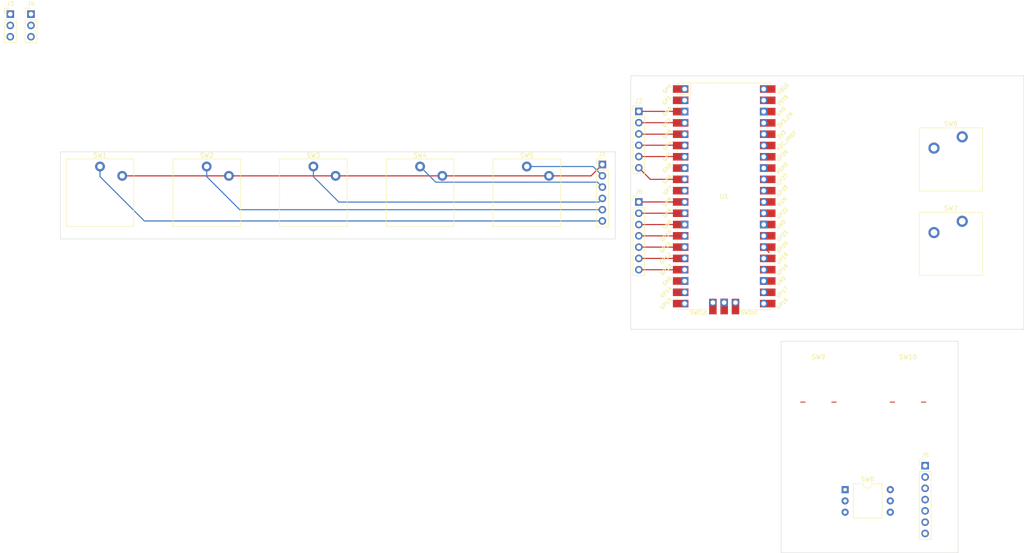
<source format=kicad_pcb>
(kicad_pcb (version 20211014) (generator pcbnew)
  (layers (0 "F.Cu" signal) (31 "B.Cu" signal) (34 "B.Paste" user) (35 "F.Paste" user) (36 "B.SilkS" user "B.Silkscreen") (37 "F.SilkS" user "F.Silkscreen") (38 "B.Mask" user) (39 "F.Mask" user) (44 "Edge.Cuts" user))
  (net 0 "")
  (net 1 "GND")
  (net 2 "/Strum_up")
  (net 3 "/Strum_down")
  (net 5 "/Start")
  (net 6 "/Select")
  (net 7 "/Up")
  (net 8 "/Down")
  (net 9 "/Left")
  (net 10 "/Right")
  (net 33 "/Green")
  (net 34 "/Red")
  (net 35 "/Yellow")
  (net 36 "/Blue")
  (net 37 "/Orange")
  (footprint "Connector_PinHeader_2.54mm:PinHeader_1x03_P2.54mm_Vertical" (layer "F.Cu") (at 1.825 1.825)
    (fp_text reference "J3" (at 0 -2.33) (layer "F.SilkS"))
    (fp_text value "Strum")
    (fp_line (start -1.33 6.41) (end 1.33 6.41) (layer "F.SilkS") (width 0.12))
    (fp_line (start -1.33 1.27) (end -1.33 6.41) (layer "F.SilkS") (width 0.12))
    (fp_line (start -1.33 1.27) (end 1.33 1.27) (layer "F.SilkS") (width 0.12))
    (fp_line (start -1.33 -1.33) (end 0 -1.33) (layer "F.SilkS") (width 0.12))
    (fp_line (start 1.33 1.27) (end 1.33 6.41) (layer "F.SilkS") (width 0.12))
    (fp_line (start -1.33 0) (end -1.33 -1.33) (layer "F.SilkS") (width 0.12))
    (pad "1" thru_hole rect (at 0 0) (size 1.7 1.7) (drill 1) (layers *.Cu *.Mask) (net 1 "GND"))
    (pad "2" thru_hole oval (at 0 2.54) (size 1.7 1.7) (drill 1) (layers *.Cu *.Mask) (net 2 "/Strum_up"))
    (pad "3" thru_hole oval (at 0 5.08) (size 1.7 1.7) (drill 1) (layers *.Cu *.Mask) (net 3 "/Strum_down"))
  )
  (footprint "Package_DIP:DIP-6_W10.16mm" (layer "F.Cu") (at 189.6 108.775)
    (fp_text reference "SW8" (at 5.08 -2.33) (layer "F.SilkS"))
    (fp_text value "hat_5way")
    (fp_line (start 4.08 -1.33) (end 1.845 -1.33) (layer "F.SilkS") (width 0.12))
    (fp_line (start 1.845 6.41) (end 8.315 6.41) (layer "F.SilkS") (width 0.12))
    (fp_line (start 1.845 -1.33) (end 1.845 6.41) (layer "F.SilkS") (width 0.12))
    (fp_line (start 8.315 6.41) (end 8.315 -1.33) (layer "F.SilkS") (width 0.12))
    (fp_line (start 8.315 -1.33) (end 6.08 -1.33) (layer "F.SilkS") (width 0.12))
    (fp_arc (start 6.08 -1.33) (mid 5.08 -0.33) (end 4.08 -1.33) (layer "F.SilkS") (width 0.12))
    (pad "1" thru_hole rect (at 0 0) (size 1.6 1.6) (drill 0.8) (layers *.Cu *.Mask) (net 1 "GND"))
    (pad "2" thru_hole oval (at 0 2.54) (size 1.6 1.6) (drill 0.8) (layers *.Cu *.Mask) (net 7 "/Up"))
    (pad "3" thru_hole oval (at 0 5.08) (size 1.6 1.6) (drill 0.8) (layers *.Cu *.Mask) (net 8 "/Down"))
    (pad "4" thru_hole oval (at 10.16 5.08) (size 1.6 1.6) (drill 0.8) (layers *.Cu *.Mask) (net 9 "/Left"))
    (pad "5" thru_hole oval (at 10.16 2.54) (size 1.6 1.6) (drill 0.8) (layers *.Cu *.Mask) (net 10 "/Right"))
    (pad "6" thru_hole oval (at 10.16 0) (size 1.6 1.6) (drill 0.8) (layers *.Cu *.Mask))
  )
  (footprint "Connector_PinHeader_2.54mm:PinHeader_1x07_P2.54mm_Vertical" (layer "F.Cu") (at 143.2 44.075)
    (fp_text reference "J6" (at 0 -2.33) (layer "F.SilkS"))
    (fp_text value "Dpad_start_select")
    (fp_line (start -1.33 -1.33) (end 0 -1.33) (layer "F.SilkS") (width 0.12))
    (fp_line (start 1.33 1.27) (end 1.33 16.57) (layer "F.SilkS") (width 0.12))
    (fp_line (start -1.33 1.27) (end -1.33 16.57) (layer "F.SilkS") (width 0.12))
    (fp_line (start -1.33 16.57) (end 1.33 16.57) (layer "F.SilkS") (width 0.12))
    (fp_line (start -1.33 1.27) (end 1.33 1.27) (layer "F.SilkS") (width 0.12))
    (fp_line (start -1.33 0) (end -1.33 -1.33) (layer "F.SilkS") (width 0.12))
    (pad "1" thru_hole rect (at 0 0) (size 1.7 1.7) (drill 1) (layers *.Cu *.Mask) (net 5 "/Start"))
    (pad "2" thru_hole oval (at 0 2.54) (size 1.7 1.7) (drill 1) (layers *.Cu *.Mask) (net 6 "/Select"))
    (pad "3" thru_hole oval (at 0 5.08) (size 1.7 1.7) (drill 1) (layers *.Cu *.Mask) (net 1 "GND"))
    (pad "4" thru_hole oval (at 0 7.62) (size 1.7 1.7) (drill 1) (layers *.Cu *.Mask) (net 7 "/Up"))
    (pad "5" thru_hole oval (at 0 10.16) (size 1.7 1.7) (drill 1) (layers *.Cu *.Mask) (net 8 "/Down"))
    (pad "6" thru_hole oval (at 0 12.7) (size 1.7 1.7) (drill 1) (layers *.Cu *.Mask) (net 9 "/Left"))
    (pad "7" thru_hole oval (at 0 15.24) (size 1.7 1.7) (drill 1) (layers *.Cu *.Mask) (net 10 "/Right"))
  )
  (footprint "Switch_Keyboard_Kailh:SW_Kailh_Choc_V1" (layer "F.Cu") (at 46 42)
    (fp_text reference "SW2" (at 0 -8.4) (layer "F.SilkS"))
    (fp_text value "Red")
    (fp_line (start 7.6 7.6) (end 7.6 -7.6) (layer "F.SilkS") (width 0.12))
    (fp_line (start 7.6 -7.6) (end -7.6 -7.6) (layer "F.SilkS") (width 0.12))
    (fp_line (start -7.6 7.6) (end 7.6 7.6) (layer "F.SilkS") (width 0.12))
    (fp_line (start -7.6 -7.6) (end -7.6 7.6) (layer "F.SilkS") (width 0.12))
    (pad "" np_thru_hole circle locked (at 5.5 0) (size 1.9 1.9) (drill 1.9) (layers *.Cu *.Mask))
    (pad "" np_thru_hole circle locked (at -5.5 0) (size 1.9 1.9) (drill 1.9) (layers *.Cu *.Mask))
    (pad "" np_thru_hole circle locked (at 0 0) (size 3.45 3.45) (drill 3.45) (layers *.Cu *.Mask))
    (pad "1" thru_hole circle locked (at 0 -5.9) (size 2.2 2.2) (drill 1.2) (layers *.Cu "B.Mask") (net 34 "/Red"))
    (pad "2" thru_hole circle locked (at 5 -3.8) (size 2.2 2.2) (drill 1.2) (layers *.Cu "B.Mask") (net 1 "GND"))
  )
  (footprint "Switch_Keyboard_Kailh:SW_Kailh_Choc_V1" (layer "F.Cu") (at 70 42)
    (fp_text reference "SW3" (at 0 -8.4) (layer "F.SilkS"))
    (fp_text value "Yellow")
    (fp_line (start -7.6 7.6) (end 7.6 7.6) (layer "F.SilkS") (width 0.12))
    (fp_line (start -7.6 -7.6) (end -7.6 7.6) (layer "F.SilkS") (width 0.12))
    (fp_line (start 7.6 -7.6) (end -7.6 -7.6) (layer "F.SilkS") (width 0.12))
    (fp_line (start 7.6 7.6) (end 7.6 -7.6) (layer "F.SilkS") (width 0.12))
    (pad "" np_thru_hole circle locked (at -5.5 0) (size 1.9 1.9) (drill 1.9) (layers *.Cu *.Mask))
    (pad "" np_thru_hole circle locked (at 0 0) (size 3.45 3.45) (drill 3.45) (layers *.Cu *.Mask))
    (pad "" np_thru_hole circle locked (at 5.5 0) (size 1.9 1.9) (drill 1.9) (layers *.Cu *.Mask))
    (pad "1" thru_hole circle locked (at 0 -5.9) (size 2.2 2.2) (drill 1.2) (layers *.Cu "B.Mask") (net 35 "/Yellow"))
    (pad "2" thru_hole circle locked (at 5 -3.8) (size 2.2 2.2) (drill 1.2) (layers *.Cu "B.Mask") (net 1 "GND"))
  )
  (footprint "Connector_PinHeader_2.54mm:PinHeader_1x06_P2.54mm_Vertical" (layer "F.Cu") (at 135 35.65)
    (fp_text reference "J1" (at 0 -2.33) (layer "F.SilkS"))
    (fp_text value "Frets")
    (fp_line (start 1.33 1.27) (end 1.33 14.03) (layer "F.SilkS") (width 0.12))
    (fp_line (start -1.33 1.27) (end -1.33 14.03) (layer "F.SilkS") (width 0.12))
    (fp_line (start -1.33 -1.33) (end 0 -1.33) (layer "F.SilkS") (width 0.12))
    (fp_line (start -1.33 1.27) (end 1.33 1.27) (layer "F.SilkS") (width 0.12))
    (fp_line (start -1.33 14.03) (end 1.33 14.03) (layer "F.SilkS") (width 0.12))
    (fp_line (start -1.33 0) (end -1.33 -1.33) (layer "F.SilkS") (width 0.12))
    (pad "1" thru_hole rect (at 0 0) (size 1.7 1.7) (drill 1) (layers *.Cu *.Mask) (net 1 "GND"))
    (pad "2" thru_hole oval (at 0 2.54) (size 1.7 1.7) (drill 1) (layers *.Cu *.Mask) (net 37 "/Orange"))
    (pad "3" thru_hole oval (at 0 5.08) (size 1.7 1.7) (drill 1) (layers *.Cu *.Mask) (net 36 "/Blue"))
    (pad "4" thru_hole oval (at 0 7.62) (size 1.7 1.7) (drill 1) (layers *.Cu *.Mask) (net 35 "/Yellow"))
    (pad "5" thru_hole oval (at 0 10.16) (size 1.7 1.7) (drill 1) (layers *.Cu *.Mask) (net 34 "/Red"))
    (pad "6" thru_hole oval (at 0 12.7) (size 1.7 1.7) (drill 1) (layers *.Cu *.Mask) (net 33 "/Green"))
  )
  (footprint "Switch_Keyboard_Kailh:SW_Kailh_Choc_V1" (layer "F.Cu") (at 22 42)
    (fp_text reference "SW1" (at 0 -8.4) (layer "F.SilkS"))
    (fp_text value "Green")
    (fp_line (start 7.6 7.6) (end 7.6 -7.6) (layer "F.SilkS") (width 0.12))
    (fp_line (start -7.6 -7.6) (end -7.6 7.6) (layer "F.SilkS") (width 0.12))
    (fp_line (start 7.6 -7.6) (end -7.6 -7.6) (layer "F.SilkS") (width 0.12))
    (fp_line (start -7.6 7.6) (end 7.6 7.6) (layer "F.SilkS") (width 0.12))
    (pad "" np_thru_hole circle locked (at 0 0) (size 3.45 3.45) (drill 3.45) (layers *.Cu *.Mask))
    (pad "" np_thru_hole circle locked (at 5.5 0) (size 1.9 1.9) (drill 1.9) (layers *.Cu *.Mask))
    (pad "" np_thru_hole circle locked (at -5.5 0) (size 1.9 1.9) (drill 1.9) (layers *.Cu *.Mask))
    (pad "1" thru_hole circle locked (at 0 -5.9) (size 2.2 2.2) (drill 1.2) (layers *.Cu "B.Mask") (net 33 "/Green"))
    (pad "2" thru_hole circle locked (at 5 -3.8) (size 2.2 2.2) (drill 1.2) (layers *.Cu "B.Mask") (net 1 "GND"))
  )
  (footprint "curtis_custom:button_trace" (layer "F.Cu") (at 183.6 89.1)
    (fp_text reference "SW9" (at 0 -10.16 unlocked) (layer "F.SilkS"))
    (fp_text value "Start")
    (fp_line (start -3 0) (end -4 0) (layer "F.Cu") (width 0.2))
    (fp_line (start 3 0) (end 4 0) (layer "F.Cu") (width 0.2))
  )
  (footprint "MCU_RaspberryPi_and_Boards:RPi_Pico_SMD_TH" (layer "F.Cu") (at 162.4 42.8)
    (fp_text reference "U1" (at 0 0) (layer "F.SilkS"))
    (fp_text value "Pico")
    (fp_text user "GP1" (at -12.9 -21.6 45) (layer "F.SilkS") (effects (font (size 0.8 0.8))))
    (fp_text user "GND" (at -12.8 -19.05 45) (layer "F.SilkS") (effects (font (size 0.8 0.8))))
    (fp_text user "GP22" (at 13.054 3.81 45) (layer "F.SilkS") (effects (font (size 0.8 0.8))))
    (fp_text user "GP11" (at -13.2 11.43 45) (layer "F.SilkS") (effects (font (size 0.8 0.8))))
    (fp_text user "GND" (at -12.8 -6.35 45) (layer "F.SilkS") (effects (font (size 0.8 0.8))))
    (fp_text user "GP14" (at -13.1 21.59 45) (layer "F.SilkS") (effects (font (size 0.8 0.8))))
    (fp_text user "GP10" (at -13.054 8.89 45) (layer "F.SilkS") (effects (font (size 0.8 0.8))))
    (fp_text user "GP21" (at 13.054 8.9 45) (layer "F.SilkS") (effects (font (size 0.8 0.8))))
    (fp_text user "GP6" (at -12.8 -3.81 45) (layer "F.SilkS") (effects (font (size 0.8 0.8))))
    (fp_text user "GP3" (at -12.8 -13.97 45) (layer "F.SilkS") (effects (font (size 0.8 0.8))))
    (fp_text user "VSYS" (at 13.2 -21.59 45) (layer "F.SilkS") (effects (font (size 0.8 0.8))))
    (fp_text user "AGND" (at 13.054 -6.35 45) (layer "F.SilkS") (effects (font (size 0.8 0.8))))
    (fp_text user "3V3_EN" (at 13.7 -17.2 45) (layer "F.SilkS") (effects (font (size 0.8 0.8))))
    (fp_text user "GP26" (at 13.054 -1.27 45) (layer "F.SilkS") (effects (font (size 0.8 0.8))))
    (fp_text user "GP19" (at 13.054 13.97 45) (layer "F.SilkS") (effects (font (size 0.8 0.8))))
    (fp_text user "GP20" (at 13.054 11.43 45) (layer "F.SilkS") (effects (font (size 0.8 0.8))))
    (fp_text user "GP15" (at -13.054 24.13 45) (layer "F.SilkS") (effects (font (size 0.8 0.8))))
    (fp_text user "GP12" (at -13.2 13.97 45) (layer "F.SilkS") (effects (font (size 0.8 0.8))))
    (fp_text user "GP4" (at -12.8 -11.43 45) (layer "F.SilkS") (effects (font (size 0.8 0.8))))
    (fp_text user "GP18" (at 13.054 16.51 45) (layer "F.SilkS") (effects (font (size 0.8 0.8))))
    (fp_text user "ADC_VREF" (at 14 -12.5 45) (layer "F.SilkS") (effects (font (size 0.8 0.8))))
    (fp_text user "SWCLK" (at -5.7 26.2) (layer "F.SilkS") (effects (font (size 0.8 0.8))))
    (fp_text user "GND" (at 12.8 19.05 45) (layer "F.SilkS") (effects (font (size 0.8 0.8))))
    (fp_text user "GP0" (at -12.8 -24.13 45) (layer "F.SilkS") (effects (font (size 0.8 0.8))))
    (fp_text user "VBUS" (at 13.3 -24.2 45) (layer "F.SilkS") (effects (font (size 0.8 0.8))))
    (fp_text user "GP17" (at 13.054 21.59 45) (layer "F.SilkS") (effects (font (size 0.8 0.8))))
    (fp_text user "GP5" (at -12.8 -8.89 45) (layer "F.SilkS") (effects (font (size 0.8 0.8))))
    (fp_text user "3V3" (at 12.9 -13.9 45) (layer "F.SilkS") (effects (font (size 0.8 0.8))))
    (fp_text user "RUN" (at 13 1.27 45) (layer "F.SilkS") (effects (font (size 0.8 0.8))))
    (fp_text user "GP7" (at -12.7 -1.3 45) (layer "F.SilkS") (effects (font (size 0.8 0.8))))
    (fp_text user "GP9" (at -12.8 3.81 45) (layer "F.SilkS") (effects (font (size 0.8 0.8))))
    (fp_text user "GND" (at -12.8 19.05 45) (layer "F.SilkS") (effects (font (size 0.8 0.8))))
    (fp_text user "GP8" (at -12.8 1.27 45) (layer "F.SilkS") (effects (font (size 0.8 0.8))))
    (fp_text user "GP2" (at -12.9 -16.51 45) (layer "F.SilkS") (effects (font (size 0.8 0.8))))
    (fp_text user "GND" (at 12.8 6.35 45) (layer "F.SilkS") (effects (font (size 0.8 0.8))))
    (fp_text user "GP13" (at -13.054 16.51 45) (layer "F.SilkS") (effects (font (size 0.8 0.8))))
    (fp_text user "GP28" (at 13.054 -9.144 45) (layer "F.SilkS") (effects (font (size 0.8 0.8))))
    (fp_text user "GND" (at 12.8 -19.05 45) (layer "F.SilkS") (effects (font (size 0.8 0.8))))
    (fp_text user "SWDIO" (at 5.6 26.2) (layer "F.SilkS") (effects (font (size 0.8 0.8))))
    (fp_text user "GP16" (at 13.054 24.13 45) (layer "F.SilkS") (effects (font (size 0.8 0.8))))
    (fp_text user "GP27" (at 13.054 -3.8 45) (layer "F.SilkS") (effects (font (size 0.8 0.8))))
    (fp_text user "GND" (at -12.8 6.35 45) (layer "F.SilkS") (effects (font (size 0.8 0.8))))
    (fp_line (start 10.5 17.6) (end 10.5 18) (layer "F.SilkS") (width 0.12))
    (fp_line (start 10.5 -18) (end 10.5 -17.6) (layer "F.SilkS") (width 0.12))
    (fp_line (start 10.5 -23.1) (end 10.5 -22.7) (layer "F.SilkS") (width 0.12))
    (fp_line (start 10.5 -2.7) (end 10.5 -2.3) (layer "F.SilkS") (width 0.12))
    (fp_line (start -10.5 -23.1) (end -10.5 -22.7) (layer "F.SilkS") (width 0.12))
    (fp_line (start -10.5 -12.9) (end -10.5 -12.5) (layer "F.SilkS") (width 0.12))
    (fp_line (start -10.5 -7.8) (end -10.5 -7.4) (layer "F.SilkS") (width 0.12))
    (fp_line (start 10.5 4.9) (end 10.5 5.3) (layer "F.SilkS") (width 0.12))
    (fp_line (start -10.5 -2.7) (end -10.5 -2.3) (layer "F.SilkS") (width 0.12))
    (fp_line (start -10.5 15.1) (end -10.5 15.5) (layer "F.SilkS") (width 0.12))
    (fp_line (start -10.5 -18) (end -10.5 -17.6) (layer "F.SilkS") (width 0.12))
    (fp_line (start -10.5 -0.2) (end -10.5 0.2) (layer "F.SilkS") (width 0.12))
    (fp_line (start 10.5 -20.5) (end 10.5 -20.1) (layer "F.SilkS") (width 0.12))
    (fp_line (start 10.5 -12.9) (end 10.5 -12.5) (layer "F.SilkS") (width 0.12))
    (fp_line (start 10.5 22.7) (end 10.5 23.1) (layer "F.SilkS") (width 0.12))
    (fp_line (start 10.5 -15.4) (end 10.5 -15) (layer "F.SilkS") (width 0.12))
    (fp_line (start -3.7 25.5) (end -10.5 25.5) (layer "F.SilkS") (width 0.12))
    (fp_line (start -10.5 -5.3) (end -10.5 -4.9) (layer "F.SilkS") (width 0.12))
    (fp_line (start 1.1 25.5) (end 1.5 25.5) (layer "F.SilkS") (width 0.12))
    (fp_line (start -10.5 10) (end -10.5 10.4) (layer "F.SilkS") (width 0.12))
    (fp_line (start -10.5 17.6) (end -10.5 18) (layer "F.SilkS") (width 0.12))
    (fp_line (start 10.5 2.3) (end 10.5 2.7) (layer "F.SilkS") (width 0.12))
    (fp_line (start -10.5 4.9) (end -10.5 5.3) (layer "F.SilkS") (width 0.12))
    (fp_line (start -10.5 2.3) (end -10.5 2.7) (layer "F.SilkS") (width 0.12))
    (fp_line (start -10.5 22.7) (end -10.5 23.1) (layer "F.SilkS") (width 0.12))
    (fp_line (start -10.5 -20.5) (end -10.5 -20.1) (layer "F.SilkS") (width 0.12))
    (fp_line (start -10.5 -10.4) (end -10.5 -10) (layer "F.SilkS") (width 0.12))
    (fp_line (start -7.493 -22.833) (end -7.493 -25.5) (layer "F.SilkS") (width 0.12))
    (fp_line (start -10.5 -15.4) (end -10.5 -15) (layer "F.SilkS") (width 0.12))
    (fp_line (start 10.5 7.4) (end 10.5 7.8) (layer "F.SilkS") (width 0.12))
    (fp_line (start -10.5 20.1) (end -10.5 20.5) (layer "F.SilkS") (width 0.12))
    (fp_line (start 10.5 -10.4) (end 10.5 -10) (layer "F.SilkS") (width 0.12))
    (fp_line (start 10.5 -7.8) (end 10.5 -7.4) (layer "F.SilkS") (width 0.12))
    (fp_line (start 10.5 12.5) (end 10.5 12.9) (layer "F.SilkS") (width 0.12))
    (fp_line (start 10.5 10) (end 10.5 10.4) (layer "F.SilkS") (width 0.12))
    (fp_line (start 10.5 -5.3) (end 10.5 -4.9) (layer "F.SilkS") (width 0.12))
    (fp_line (start -10.5 -25.5) (end -10.5 -25.2) (layer "F.SilkS") (width 0.12))
    (fp_line (start 10.5 20.1) (end 10.5 20.5) (layer "F.SilkS") (width 0.12))
    (fp_line (start 10.5 -25.5) (end 10.5 -25.2) (layer "F.SilkS") (width 0.12))
    (fp_line (start -10.5 -22.833) (end -7.493 -22.833) (layer "F.SilkS") (width 0.12))
    (fp_line (start 10.5 15.1) (end 10.5 15.5) (layer "F.SilkS") (width 0.12))
    (fp_line (start -10.5 12.5) (end -10.5 12.9) (layer "F.SilkS") (width 0.12))
    (fp_line (start -1.5 25.5) (end -1.1 25.5) (layer "F.SilkS") (width 0.12))
    (fp_line (start -10.5 7.4) (end -10.5 7.8) (layer "F.SilkS") (width 0.12))
    (fp_line (start 10.5 -0.2) (end 10.5 0.2) (layer "F.SilkS") (width 0.12))
    (fp_line (start -10.5 -25.5) (end 10.5 -25.5) (layer "F.SilkS") (width 0.12))
    (fp_line (start 10.5 25.5) (end 3.7 25.5) (layer "F.SilkS") (width 0.12))
    (pad "" np_thru_hole oval (at -2.725 -24) (size 1.8 1.8) (drill 1.8) (layers *.Cu *.Mask))
    (pad "" np_thru_hole oval (at 2.425 -20.97) (size 1.5 1.5) (drill 1.5) (layers *.Cu *.Mask))
    (pad "" np_thru_hole oval (at -2.425 -20.97) (size 1.5 1.5) (drill 1.5) (layers *.Cu *.Mask))
    (pad "" np_thru_hole oval (at 2.725 -24) (size 1.8 1.8) (drill 1.8) (layers *.Cu *.Mask))
    (pad "1" smd rect (at -8.89 -24.13) (size 3.5 1.7) (drill (offset -0.9 0)) (layers "F.Cu" "F.Mask"))
    (pad "1" thru_hole oval (at -8.89 -24.13) (size 1.7 1.7) (drill 1.02) (layers *.Cu *.Mask))
    (pad "2" smd rect (at -8.89 -21.59) (size 3.5 1.7) (drill (offset -0.9 0)) (layers "F.Cu" "F.Mask"))
    (pad "2" thru_hole oval (at -8.89 -21.59) (size 1.7 1.7) (drill 1.02) (layers *.Cu *.Mask))
    (pad "3" smd rect (at -8.89 -19.05) (size 3.5 1.7) (drill (offset -0.9 0)) (layers "F.Cu" "F.Mask") (net 1 "GND"))
    (pad "3" thru_hole rect (at -8.89 -19.05) (size 1.7 1.7) (drill 1.02) (layers *.Cu *.Mask) (net 1 "GND"))
    (pad "4" thru_hole oval (at -8.89 -16.51) (size 1.7 1.7) (drill 1.02) (layers *.Cu *.Mask) (net 37 "/Orange"))
    (pad "4" smd rect (at -8.89 -16.51) (size 3.5 1.7) (drill (offset -0.9 0)) (layers "F.Cu" "F.Mask") (net 37 "/Orange"))
    (pad "5" smd rect (at -8.89 -13.97) (size 3.5 1.7) (drill (offset -0.9 0)) (layers "F.Cu" "F.Mask") (net 36 "/Blue"))
    (pad "5" thru_hole oval (at -8.89 -13.97) (size 1.7 1.7) (drill 1.02) (layers *.Cu *.Mask) (net 36 "/Blue"))
    (pad "6" thru_hole oval (at -8.89 -11.43) (size 1.7 1.7) (drill 1.02) (layers *.Cu *.Mask) (net 35 "/Yellow"))
    (pad "6" smd rect (at -8.89 -11.43) (size 3.5 1.7) (drill (offset -0.9 0)) (layers "F.Cu" "F.Mask") (net 35 "/Yellow"))
    (pad "7" smd rect (at -8.89 -8.89) (size 3.5 1.7) (drill (offset -0.9 0)) (layers "F.Cu" "F.Mask") (net 34 "/Red"))
    (pad "7" thru_hole oval (at -8.89 -8.89) (size 1.7 1.7) (drill 1.02) (layers *.Cu *.Mask) (net 34 "/Red"))
    (pad "8" thru_hole rect (at -8.89 -6.35) (size 1.7 1.7) (drill 1.02) (layers *.Cu *.Mask))
    (pad "8" smd rect (at -8.89 -6.35) (size 3.5 1.7) (drill (offset -0.9 0)) (layers "F.Cu" "F.Mask"))
    (pad "9" smd rect (at -8.89 -3.81) (size 3.5 1.7) (drill (offset -0.9 0)) (layers "F.Cu" "F.Mask") (net 33 "/Green"))
    (pad "9" thru_hole oval (at -8.89 -3.81) (size 1.7 1.7) (drill 1.02) (layers *.Cu *.Mask) (net 33 "/Green"))
    (pad "10" smd rect (at -8.89 -1.27) (size 3.5 1.7) (drill (offset -0.9 0)) (layers "F.Cu" "F.Mask"))
    (pad "10" thru_hole oval (at -8.89 -1.27) (size 1.7 1.7) (drill 1.02) (layers *.Cu *.Mask))
    (pad "11" smd rect (at -8.89 1.27) (size 3.5 1.7) (drill (offset -0.9 0)) (layers "F.Cu" "F.Mask") (net 5 "/Start"))
    (pad "11" thru_hole oval (at -8.89 1.27) (size 1.7 1.7) (drill 1.02) (layers *.Cu *.Mask) (net 5 "/Start"))
    (pad "12" thru_hole oval (at -8.89 3.81) (size 1.7 1.7) (drill 1.02) (layers *.Cu *.Mask) (net 6 "/Select"))
    (pad "12" smd rect (at -8.89 3.81) (size 3.5 1.7) (drill (offset -0.9 0)) (layers "F.Cu" "F.Mask") (net 6 "/Select"))
    (pad "13" smd rect (at -8.89 6.35) (size 3.5 1.7) (drill (offset -0.9 0)) (layers "F.Cu" "F.Mask") (net 1 "GND"))
    (pad "13" thru_hole rect (at -8.89 6.35) (size 1.7 1.7) (drill 1.02) (layers *.Cu *.Mask) (net 1 "GND"))
    (pad "14" thru_hole oval (at -8.89 8.89) (size 1.7 1.7) (drill 1.02) (layers *.Cu *.Mask) (net 7 "/Up"))
    (pad "14" smd rect (at -8.89 8.89) (size 3.5 1.7) (drill (offset -0.9 0)) (layers "F.Cu" "F.Mask") (net 7 "/Up"))
    (pad "15" thru_hole oval (at -8.89 11.43) (size 1.7 1.7) (drill 1.02) (layers *.Cu *.Mask) (net 8 "/Down"))
    (pad "15" smd rect (at -8.89 11.43) (size 3.5 1.7) (drill (offset -0.9 0)) (layers "F.Cu" "F.Mask") (net 8 "/Down"))
    (pad "16" thru_hole oval (at -8.89 13.97) (size 1.7 1.7) (drill 1.02) (layers *.Cu *.Mask) (net 9 "/Left"))
    (pad "16" smd rect (at -8.89 13.97) (size 3.5 1.7) (drill (offset -0.9 0)) (layers "F.Cu" "F.Mask") (net 9 "/Left"))
    (pad "17" smd rect (at -8.89 16.51) (size 3.5 1.7) (drill (offset -0.9 0)) (layers "F.Cu" "F.Mask") (net 10 "/Right"))
    (pad "17" thru_hole oval (at -8.89 16.51) (size 1.7 1.7) (drill 1.02) (layers *.Cu *.Mask) (net 10 "/Right"))
    (pad "18" smd rect (at -8.89 19.05) (size 3.5 1.7) (drill (offset -0.9 0)) (layers "F.Cu" "F.Mask") (net 1 "GND"))
    (pad "18" thru_hole rect (at -8.89 19.05) (size 1.7 1.7) (drill 1.02) (layers *.Cu *.Mask) (net 1 "GND"))
    (pad "19" thru_hole oval (at -8.89 21.59) (size 1.7 1.7) (drill 1.02) (layers *.Cu *.Mask))
    (pad "19" smd rect (at -8.89 21.59) (size 3.5 1.7) (drill (offset -0.9 0)) (layers "F.Cu" "F.Mask"))
    (pad "20" thru_hole oval (at -8.89 24.13) (size 1.7 1.7) (drill 1.02) (layers *.Cu *.Mask))
    (pad "20" smd rect (at -8.89 24.13) (size 3.5 1.7) (drill (offset -0.9 0)) (layers "F.Cu" "F.Mask"))
    (pad "21" thru_hole oval (at 8.89 24.13) (size 1.7 1.7) (drill 1.02) (layers *.Cu *.Mask))
    (pad "21" smd rect (at 8.89 24.13) (size 3.5 1.7) (drill (offset 0.9 0)) (layers "F.Cu" "F.Mask"))
    (pad "22" thru_hole oval (at 8.89 21.59) (size 1.7 1.7) (drill 1.02) (layers *.Cu *.Mask))
    (pad "22" smd rect (at 8.89 21.59) (size 3.5 1.7) (drill (offset 0.9 0)) (layers "F.Cu" "F.Mask"))
    (pad "23" thru_hole rect (at 8.89 19.05) (size 1.7 1.7) (drill 1.02) (layers *.Cu *.Mask) (net 1 "GND"))
    (pad "23" smd rect (at 8.89 19.05) (size 3.5 1.7) (drill (offset 0.9 0)) (layers "F.Cu" "F.Mask") (net 1 "GND"))
    (pad "24" thru_hole oval (at 8.89 16.51) (size 1.7 1.7) (drill 1.02) (layers *.Cu *.Mask))
    (pad "24" smd rect (at 8.89 16.51) (size 3.5 1.7) (drill (offset 0.9 0)) (layers "F.Cu" "F.Mask"))
    (pad "25" thru_hole oval (at 8.89 13.97) (size 1.7 1.7) (drill 1.02) (layers *.Cu *.Mask))
    (pad "25" smd rect (at 8.89 13.97) (size 3.5 1.7) (drill (offset 0.9 0)) (layers "F.Cu" "F.Mask"))
    (pad "26" smd rect (at 8.89 11.43) (size 3.5 1.7) (drill (offset 0.9 0)) (layers "F.Cu" "F.Mask") (net 3 "/Strum_down"))
    (pad "26" thru_hole oval (at 8.89 11.43) (size 1.7 1.7) (drill 1.02) (layers *.Cu *.Mask) (net 3 "/Strum_down"))
    (pad "27" thru_hole oval (at 8.89 8.89) (size 1.7 1.7) (drill 1.02) (layers *.Cu *.Mask) (net 2 "/Strum_up"))
    (pad "27" smd rect (at 8.89 8.89) (size 3.5 1.7) (drill (offset 0.9 0)) (layers "F.Cu" "F.Mask") (net 2 "/Strum_up"))
    (pad "28" smd rect (at 8.89 6.35) (size 3.5 1.7) (drill (offset 0.9 0)) (layers "F.Cu" "F.Mask") (net 1 "GND"))
    (pad "28" thru_hole rect (at 8.89 6.35) (size 1.7 1.7) (drill 1.02) (layers *.Cu *.Mask) (net 1 "GND"))
    (pad "29" thru_hole oval (at 8.89 3.81) (size 1.7 1.7) (drill 1.02) (layers *.Cu *.Mask))
    (pad "29" smd rect (at 8.89 3.81) (size 3.5 1.7) (drill (offset 0.9 0)) (layers "F.Cu" "F.Mask"))
    (pad "30" smd rect (at 8.89 1.27) (size 3.5 1.7) (drill (offset 0.9 0)) (layers "F.Cu" "F.Mask"))
    (pad "30" thru_hole oval (at 8.89 1.27) (size 1.7 1.7) (drill 1.02) (layers *.Cu *.Mask))
    (pad "31" smd rect (at 8.89 -1.27) (size 3.5 1.7) (drill (offset 0.9 0)) (layers "F.Cu" "F.Mask"))
    (pad "31" thru_hole oval (at 8.89 -1.27) (size 1.7 1.7) (drill 1.02) (layers *.Cu *.Mask))
    (pad "32" smd rect (at 8.89 -3.81) (size 3.5 1.7) (drill (offset 0.9 0)) (layers "F.Cu" "F.Mask"))
    (pad "32" thru_hole oval (at 8.89 -3.81) (size 1.7 1.7) (drill 1.02) (layers *.Cu *.Mask))
    (pad "33" thru_hole rect (at 8.89 -6.35) (size 1.7 1.7) (drill 1.02) (layers *.Cu *.Mask))
    (pad "33" smd rect (at 8.89 -6.35) (size 3.5 1.7) (drill (offset 0.9 0)) (layers "F.Cu" "F.Mask"))
    (pad "34" thru_hole oval (at 8.89 -8.89) (size 1.7 1.7) (drill 1.02) (layers *.Cu *.Mask))
    (pad "34" smd rect (at 8.89 -8.89) (size 3.5 1.7) (drill (offset 0.9 0)) (layers "F.Cu" "F.Mask"))
    (pad "35" thru_hole oval (at 8.89 -11.43) (size 1.7 1.7) (drill 1.02) (layers *.Cu *.Mask))
    (pad "35" smd rect (at 8.89 -11.43) (size 3.5 1.7) (drill (offset 0.9 0)) (layers "F.Cu" "F.Mask"))
    (pad "36" smd rect (at 8.89 -13.97) (size 3.5 1.7) (drill (offset 0.9 0)) (layers "F.Cu" "F.Mask"))
    (pad "36" thru_hole oval (at 8.89 -13.97) (size 1.7 1.7) (drill 1.02) (layers *.Cu *.Mask))
    (pad "37" smd rect (at 8.89 -16.51) (size 3.5 1.7) (drill (offset 0.9 0)) (layers "F.Cu" "F.Mask"))
    (pad "37" thru_hole oval (at 8.89 -16.51) (size 1.7 1.7) (drill 1.02) (layers *.Cu *.Mask))
    (pad "38" thru_hole rect (at 8.89 -19.05) (size 1.7 1.7) (drill 1.02) (layers *.Cu *.Mask) (net 1 "GND"))
    (pad "38" smd rect (at 8.89 -19.05) (size 3.5 1.7) (drill (offset 0.9 0)) (layers "F.Cu" "F.Mask") (net 1 "GND"))
    (pad "39" thru_hole oval (at 8.89 -21.59) (size 1.7 1.7) (drill 1.02) (layers *.Cu *.Mask))
    (pad "39" smd rect (at 8.89 -21.59) (size 3.5 1.7) (drill (offset 0.9 0)) (layers "F.Cu" "F.Mask"))
    (pad "40" smd rect (at 8.89 -24.13) (size 3.5 1.7) (drill (offset 0.9 0)) (layers "F.Cu" "F.Mask"))
    (pad "40" thru_hole oval (at 8.89 -24.13) (size 1.7 1.7) (drill 1.02) (layers *.Cu *.Mask))
    (pad "41" smd rect (at -2.54 23.9 90) (size 3.5 1.7) (drill (offset -0.9 0)) (layers "F.Cu" "F.Mask"))
    (pad "41" thru_hole oval (at -2.54 23.9) (size 1.7 1.7) (drill 1.02) (layers *.Cu *.Mask))
    (pad "42" smd rect (at 0 23.9 90) (size 3.5 1.7) (drill (offset -0.9 0)) (layers "F.Cu" "F.Mask") (net 1 "GND"))
    (pad "42" thru_hole rect (at 0 23.9) (size 1.7 1.7) (drill 1.02) (layers *.Cu *.Mask) (net 1 "GND"))
    (pad "43" thru_hole oval (at 2.54 23.9) (size 1.7 1.7) (drill 1.02) (layers *.Cu *.Mask))
    (pad "43" smd rect (at 2.54 23.9 90) (size 3.5 1.7) (drill (offset -0.9 0)) (layers "F.Cu" "F.Mask"))
  )
  (footprint "Switch_Keyboard_Kailh:SW_Kailh_Choc_V1" (layer "F.Cu") (at 94 42)
    (fp_text reference "SW4" (at 0 -8.4) (layer "F.SilkS"))
    (fp_text value "Blue")
    (fp_line (start -7.6 -7.6) (end -7.6 7.6) (layer "F.SilkS") (width 0.12))
    (fp_line (start 7.6 7.6) (end 7.6 -7.6) (layer "F.SilkS") (width 0.12))
    (fp_line (start -7.6 7.6) (end 7.6 7.6) (layer "F.SilkS") (width 0.12))
    (fp_line (start 7.6 -7.6) (end -7.6 -7.6) (layer "F.SilkS") (width 0.12))
    (pad "" np_thru_hole circle locked (at 0 0) (size 3.45 3.45) (drill 3.45) (layers *.Cu *.Mask))
    (pad "" np_thru_hole circle locked (at 5.5 0) (size 1.9 1.9) (drill 1.9) (layers *.Cu *.Mask))
    (pad "" np_thru_hole circle locked (at -5.5 0) (size 1.9 1.9) (drill 1.9) (layers *.Cu *.Mask))
    (pad "1" thru_hole circle locked (at 0 -5.9) (size 2.2 2.2) (drill 1.2) (layers *.Cu "B.Mask") (net 36 "/Blue"))
    (pad "2" thru_hole circle locked (at 5 -3.8) (size 2.2 2.2) (drill 1.2) (layers *.Cu "B.Mask") (net 1 "GND"))
  )
  (footprint "curtis_custom:button_trace" (layer "F.Cu") (at 203.75 89.1)
    (fp_text reference "SW10" (at 0 -10.16 unlocked) (layer "F.SilkS"))
    (fp_text value "Select")
    (fp_line (start -3 0) (end -4 0) (layer "F.Cu") (width 0.2))
    (fp_line (start 3 0) (end 4 0) (layer "F.Cu") (width 0.2))
  )
  (footprint "Switch_Keyboard_Cherry_MX:SW_Cherry_MX_PCB_1.00u" (layer "F.Cu") (at 213.4 34.5)
    (fp_text reference "SW6" (at 0 -8) (layer "F.SilkS"))
    (fp_text value "Strum_down")
    (fp_line (start 7.1 -7.1) (end -7.1 -7.1) (layer "F.SilkS") (width 0.12))
    (fp_line (start -7.1 -7.1) (end -7.1 7.1) (layer "F.SilkS") (width 0.12))
    (fp_line (start 7.1 7.1) (end 7.1 -7.1) (layer "F.SilkS") (width 0.12))
    (fp_line (start -7.1 7.1) (end 7.1 7.1) (layer "F.SilkS") (width 0.12))
    (pad "" np_thru_hole circle locked (at -5.08 0) (size 1.75 1.75) (drill 1.75) (layers *.Cu *.Mask))
    (pad "" np_thru_hole circle locked (at 0 0) (size 4 4) (drill 4) (layers *.Cu *.Mask))
    (pad "" np_thru_hole circle locked (at 5.08 0) (size 1.75 1.75) (drill 1.75) (layers *.Cu *.Mask))
    (pad "1" thru_hole circle locked (at -3.81 -2.54) (size 2.5 2.5) (drill 1.5) (layers *.Cu "B.Mask") (net 3 "/Strum_down"))
    (pad "2" thru_hole circle locked (at 2.54 -5.08) (size 2.5 2.5) (drill 1.5) (layers *.Cu "B.Mask") (net 1 "GND"))
  )
  (footprint "Connector_PinHeader_2.54mm:PinHeader_1x07_P2.54mm_Vertical" (layer "F.Cu") (at 207.6 103.4)
    (fp_text reference "J5" (at 0 -2.33) (layer "F.SilkS"))
    (fp_text value "Dpad_start_select")
    (fp_line (start -1.33 0) (end -1.33 -1.33) (layer "F.SilkS") (width 0.12))
    (fp_line (start -1.33 -1.33) (end 0 -1.33) (layer "F.SilkS") (width 0.12))
    (fp_line (start -1.33 1.27) (end 1.33 1.27) (layer "F.SilkS") (width 0.12))
    (fp_line (start -1.33 1.27) (end -1.33 16.57) (layer "F.SilkS") (width 0.12))
    (fp_line (start -1.33 16.57) (end 1.33 16.57) (layer "F.SilkS") (width 0.12))
    (fp_line (start 1.33 1.27) (end 1.33 16.57) (layer "F.SilkS") (width 0.12))
    (pad "1" thru_hole rect (at 0 0) (size 1.7 1.7) (drill 1) (layers *.Cu *.Mask) (net 5 "/Start"))
    (pad "2" thru_hole oval (at 0 2.54) (size 1.7 1.7) (drill 1) (layers *.Cu *.Mask) (net 6 "/Select"))
    (pad "3" thru_hole oval (at 0 5.08) (size 1.7 1.7) (drill 1) (layers *.Cu *.Mask) (net 1 "GND"))
    (pad "4" thru_hole oval (at 0 7.62) (size 1.7 1.7) (drill 1) (layers *.Cu *.Mask) (net 7 "/Up"))
    (pad "5" thru_hole oval (at 0 10.16) (size 1.7 1.7) (drill 1) (layers *.Cu *.Mask) (net 8 "/Down"))
    (pad "6" thru_hole oval (at 0 12.7) (size 1.7 1.7) (drill 1) (layers *.Cu *.Mask) (net 9 "/Left"))
    (pad "7" thru_hole oval (at 0 15.24) (size 1.7 1.7) (drill 1) (layers *.Cu *.Mask) (net 10 "/Right"))
  )
  (footprint "Switch_Keyboard_Kailh:SW_Kailh_Choc_V1" (layer "F.Cu") (at 118 42)
    (fp_text reference "SW5" (at 0 -8.4) (layer "F.SilkS"))
    (fp_text value "Orange")
    (fp_line (start -7.6 7.6) (end 7.6 7.6) (layer "F.SilkS") (width 0.12))
    (fp_line (start 7.6 7.6) (end 7.6 -7.6) (layer "F.SilkS") (width 0.12))
    (fp_line (start 7.6 -7.6) (end -7.6 -7.6) (layer "F.SilkS") (width 0.12))
    (fp_line (start -7.6 -7.6) (end -7.6 7.6) (layer "F.SilkS") (width 0.12))
    (pad "" np_thru_hole circle locked (at 5.5 0) (size 1.9 1.9) (drill 1.9) (layers *.Cu *.Mask))
    (pad "" np_thru_hole circle locked (at 0 0) (size 3.45 3.45) (drill 3.45) (layers *.Cu *.Mask))
    (pad "" np_thru_hole circle locked (at -5.5 0) (size 1.9 1.9) (drill 1.9) (layers *.Cu *.Mask))
    (pad "1" thru_hole circle locked (at 0 -5.9) (size 2.2 2.2) (drill 1.2) (layers *.Cu "B.Mask") (net 37 "/Orange"))
    (pad "2" thru_hole circle locked (at 5 -3.8) (size 2.2 2.2) (drill 1.2) (layers *.Cu "B.Mask") (net 1 "GND"))
  )
  (footprint "Connector_PinHeader_2.54mm:PinHeader_1x06_P2.54mm_Vertical" (layer "F.Cu") (at 143.2 23.7)
    (fp_text reference "J2" (at 0 -2.33) (layer "F.SilkS"))
    (fp_text value "Frets")
    (fp_line (start -1.33 1.27) (end 1.33 1.27) (layer "F.SilkS") (width 0.12))
    (fp_line (start 1.33 1.27) (end 1.33 14.03) (layer "F.SilkS") (width 0.12))
    (fp_line (start -1.33 1.27) (end -1.33 14.03) (layer "F.SilkS") (width 0.12))
    (fp_line (start -1.33 0) (end -1.33 -1.33) (layer "F.SilkS") (width 0.12))
    (fp_line (start -1.33 14.03) (end 1.33 14.03) (layer "F.SilkS") (width 0.12))
    (fp_line (start -1.33 -1.33) (end 0 -1.33) (layer "F.SilkS") (width 0.12))
    (pad "1" thru_hole rect (at 0 0) (size 1.7 1.7) (drill 1) (layers *.Cu *.Mask) (net 1 "GND"))
    (pad "2" thru_hole oval (at 0 2.54) (size 1.7 1.7) (drill 1) (layers *.Cu *.Mask) (net 37 "/Orange"))
    (pad "3" thru_hole oval (at 0 5.08) (size 1.7 1.7) (drill 1) (layers *.Cu *.Mask) (net 36 "/Blue"))
    (pad "4" thru_hole oval (at 0 7.62) (size 1.7 1.7) (drill 1) (layers *.Cu *.Mask) (net 35 "/Yellow"))
    (pad "5" thru_hole oval (at 0 10.16) (size 1.7 1.7) (drill 1) (layers *.Cu *.Mask) (net 34 "/Red"))
    (pad "6" thru_hole oval (at 0 12.7) (size 1.7 1.7) (drill 1) (layers *.Cu *.Mask) (net 33 "/Green"))
  )
  (footprint "Connector_PinHeader_2.54mm:PinHeader_1x03_P2.54mm_Vertical" (layer "F.Cu") (at 6.475 1.825)
    (fp_text reference "J4" (at 0 -2.33) (layer "F.SilkS"))
    (fp_text value "Strum")
    (fp_line (start -1.33 6.41) (end 1.33 6.41) (layer "F.SilkS") (width 0.12))
    (fp_line (start -1.33 0) (end -1.33 -1.33) (layer "F.SilkS") (width 0.12))
    (fp_line (start -1.33 -1.33) (end 0 -1.33) (layer "F.SilkS") (width 0.12))
    (fp_line (start 1.33 1.27) (end 1.33 6.41) (layer "F.SilkS") (width 0.12))
    (fp_line (start -1.33 1.27) (end 1.33 1.27) (layer "F.SilkS") (width 0.12))
    (fp_line (start -1.33 1.27) (end -1.33 6.41) (layer "F.SilkS") (width 0.12))
    (pad "1" thru_hole rect (at 0 0) (size 1.7 1.7) (drill 1) (layers *.Cu *.Mask) (net 1 "GND"))
    (pad "2" thru_hole oval (at 0 2.54) (size 1.7 1.7) (drill 1) (layers *.Cu *.Mask) (net 2 "/Strum_up"))
    (pad "3" thru_hole oval (at 0 5.08) (size 1.7 1.7) (drill 1) (layers *.Cu *.Mask) (net 3 "/Strum_down"))
  )
  (footprint "Switch_Keyboard_Cherry_MX:SW_Cherry_MX_PCB_1.00u" (layer "F.Cu") (at 213.4 53.5)
    (fp_text reference "SW7" (at 0 -8) (layer "F.SilkS"))
    (fp_text value "Strum_up")
    (fp_line (start -7.1 -7.1) (end -7.1 7.1) (layer "F.SilkS") (width 0.12))
    (fp_line (start 7.1 -7.1) (end -7.1 -7.1) (layer "F.SilkS") (width 0.12))
    (fp_line (start 7.1 7.1) (end 7.1 -7.1) (layer "F.SilkS") (width 0.12))
    (fp_line (start -7.1 7.1) (end 7.1 7.1) (layer "F.SilkS") (width 0.12))
    (pad "" np_thru_hole circle locked (at 0 0) (size 4 4) (drill 4) (layers *.Cu *.Mask))
    (pad "" np_thru_hole circle locked (at -5.08 0) (size 1.75 1.75) (drill 1.75) (layers *.Cu *.Mask))
    (pad "" np_thru_hole circle locked (at 5.08 0) (size 1.75 1.75) (drill 1.75) (layers *.Cu *.Mask))
    (pad "1" thru_hole circle locked (at -3.81 -2.54) (size 2.5 2.5) (drill 1.5) (layers *.Cu "B.Mask") (net 2 "/Strum_up"))
    (pad "2" thru_hole circle locked (at 2.54 -5.08) (size 2.5 2.5) (drill 1.5) (layers *.Cu "B.Mask") (net 1 "GND"))
  )
  (gr_rect (start 13.1 32.8) (end 137.9 52.4) (layer "Edge.Cuts") (width 0.1) (fill none))
  (gr_rect (start 229.8 72.7) (end 141.4 15.7) (layer "Edge.Cuts") (width 0.1) (fill none))
  (gr_rect (start 175.2 75.4) (end 215 123) (layer "Edge.Cuts") (width 0.1) (fill none))
  (segment (start 123 38.2) (end 132.45 38.2) (width 0.25) (layer "F.Cu") (net 1))
  (segment (start 132.45 38.2) (end 135 35.65) (width 0.25) (layer "F.Cu") (net 1))
  (segment (start 99 38.2) (end 123 38.2) (width 0.25) (layer "F.Cu") (net 1))
  (segment (start 27 38.2) (end 51 38.2) (width 0.25) (layer "F.Cu") (net 1))
  (segment (start 153.46 23.7) (end 153.51 23.75) (width 0.25) (layer "F.Cu") (net 1))
  (segment (start 153.51 49.15) (end 153.505 49.155) (width 0.25) (layer "F.Cu") (net 1))
  (segment (start 153.505 49.155) (end 143.2 49.155) (width 0.25) (layer "F.Cu") (net 1))
  (segment (start 143.2 23.7) (end 153.46 23.7) (width 0.25) (layer "F.Cu") (net 1))
  (segment (start 75 38.2) (end 99 38.2) (width 0.25) (layer "F.Cu") (net 1))
  (segment (start 51 38.2) (end 75 38.2) (width 0.25) (layer "F.Cu") (net 1))
  (segment (start 172.06 49.92) (end 171.29 49.15) (width 0.25) (layer "B.Cu") (net 1))
  (segment (start 153.46 23.7) (end 153.51 23.75) (width 0.25) (layer "B.Cu") (net 1))
  (segment (start 171.29 54.23) (end 172.52 55.46) (width 0.25) (layer "F.Cu") (net 3))
  (segment (start 143.205 44.07) (end 143.2 44.075) (width 0.25) (layer "F.Cu") (net 5))
  (segment (start 153.51 44.07) (end 143.205 44.07) (width 0.25) (layer "F.Cu") (net 5))
  (segment (start 143.2 46.615) (end 153.505 46.615) (width 0.25) (layer "F.Cu") (net 6))
  (segment (start 153.505 46.615) (end 153.51 46.61) (width 0.25) (layer "F.Cu") (net 6))
  (segment (start 153.505 51.695) (end 153.51 51.69) (width 0.25) (layer "F.Cu") (net 7))
  (segment (start 143.2 51.695) (end 153.505 51.695) (width 0.25) (layer "F.Cu") (net 7))
  (segment (start 143.205 54.23) (end 143.2 54.235) (width 0.25) (layer "F.Cu") (net 8))
  (segment (start 153.51 54.23) (end 143.205 54.23) (width 0.25) (layer "F.Cu") (net 8))
  (segment (start 153.505 56.775) (end 153.51 56.77) (width 0.25) (layer "F.Cu") (net 9))
  (segment (start 143.2 56.775) (end 153.505 56.775) (width 0.25) (layer "F.Cu") (net 9))
  (segment (start 153.51 59.31) (end 153.505 59.315) (width 0.25) (layer "F.Cu") (net 10))
  (segment (start 153.505 59.315) (end 143.2 59.315) (width 0.25) (layer "F.Cu") (net 10))
  (segment (start 143.2 36.4) (end 145.79 38.99) (width 0.25) (layer "F.Cu") (net 33))
  (segment (start 145.79 38.99) (end 153.51 38.99) (width 0.25) (layer "F.Cu") (net 33))
  (segment (start 22 38.373157) (end 31.976843 48.35) (width 0.25) (layer "B.Cu") (net 33))
  (segment (start 31.976843 48.35) (end 135 48.35) (width 0.25) (layer "B.Cu") (net 33))
  (segment (start 22 36.1) (end 22 38.373157) (width 0.25) (layer "B.Cu") (net 33))
  (segment (start 153.51 33.91) (end 153.46 33.86) (width 0.25) (layer "F.Cu") (net 34))
  (segment (start 153.46 33.86) (end 143.2 33.86) (width 0.25) (layer "F.Cu") (net 34))
  (segment (start 53.436843 45.81) (end 135 45.81) (width 0.25) (layer "B.Cu") (net 34))
  (segment (start 46 38.373157) (end 53.436843 45.81) (width 0.25) (layer "B.Cu") (net 34))
  (segment (start 46 36.1) (end 46 38.373157) (width 0.25) (layer "B.Cu") (net 34))
  (segment (start 153.46 31.32) (end 153.51 31.37) (width 0.25) (layer "F.Cu") (net 35))
  (segment (start 143.2 31.32) (end 153.46 31.32) (width 0.25) (layer "F.Cu") (net 35))
  (segment (start 70 36.1) (end 70 38.373157) (width 0.25) (layer "B.Cu") (net 35))
  (segment (start 134.170479 44.099521) (end 135 43.27) (width 0.25) (layer "B.Cu") (net 35))
  (segment (start 70 38.373157) (end 75.726364 44.099521) (width 0.25) (layer "B.Cu") (net 35))
  (segment (start 75.726364 44.099521) (end 134.170479 44.099521) (width 0.25) (layer "B.Cu") (net 35))
  (segment (start 153.51 28.83) (end 143.25 28.83) (width 0.25) (layer "F.Cu") (net 36))
  (segment (start 143.25 28.83) (end 143.2 28.78) (width 0.25) (layer "F.Cu") (net 36))
  (segment (start 97.524511 39.624511) (end 133.894511 39.624511) (width 0.25) (layer "B.Cu") (net 36))
  (segment (start 94 36.1) (end 97.524511 39.624511) (width 0.25) (layer "B.Cu") (net 36))
  (segment (start 133.894511 39.624511) (end 135 40.73) (width 0.25) (layer "B.Cu") (net 36))
  (segment (start 153.46 26.24) (end 153.51 26.29) (width 0.25) (layer "F.Cu") (net 37))
  (segment (start 143.2 26.24) (end 153.46 26.24) (width 0.25) (layer "F.Cu") (net 37))
  (segment (start 118 36.1) (end 132.91 36.1) (width 0.25) (layer "B.Cu") (net 37))
  (segment (start 132.91 36.1) (end 135 38.19) (width 0.25) (layer "B.Cu") (net 37))
)
</source>
